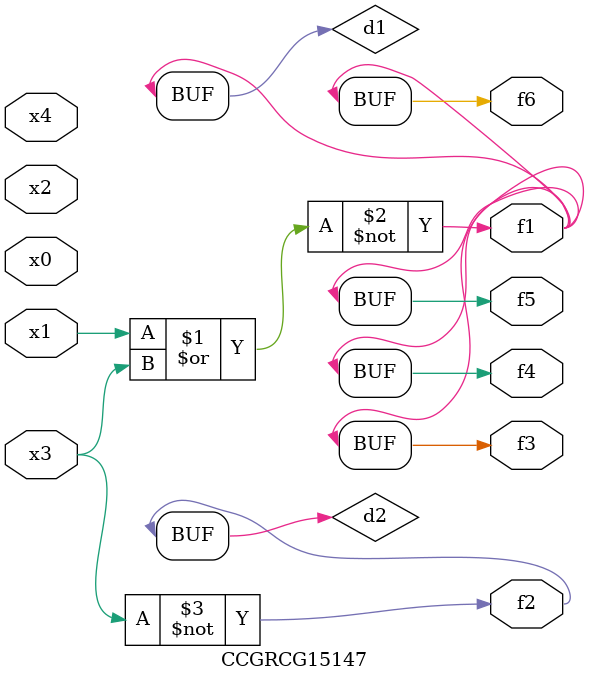
<source format=v>
module CCGRCG15147(
	input x0, x1, x2, x3, x4,
	output f1, f2, f3, f4, f5, f6
);

	wire d1, d2;

	nor (d1, x1, x3);
	not (d2, x3);
	assign f1 = d1;
	assign f2 = d2;
	assign f3 = d1;
	assign f4 = d1;
	assign f5 = d1;
	assign f6 = d1;
endmodule

</source>
